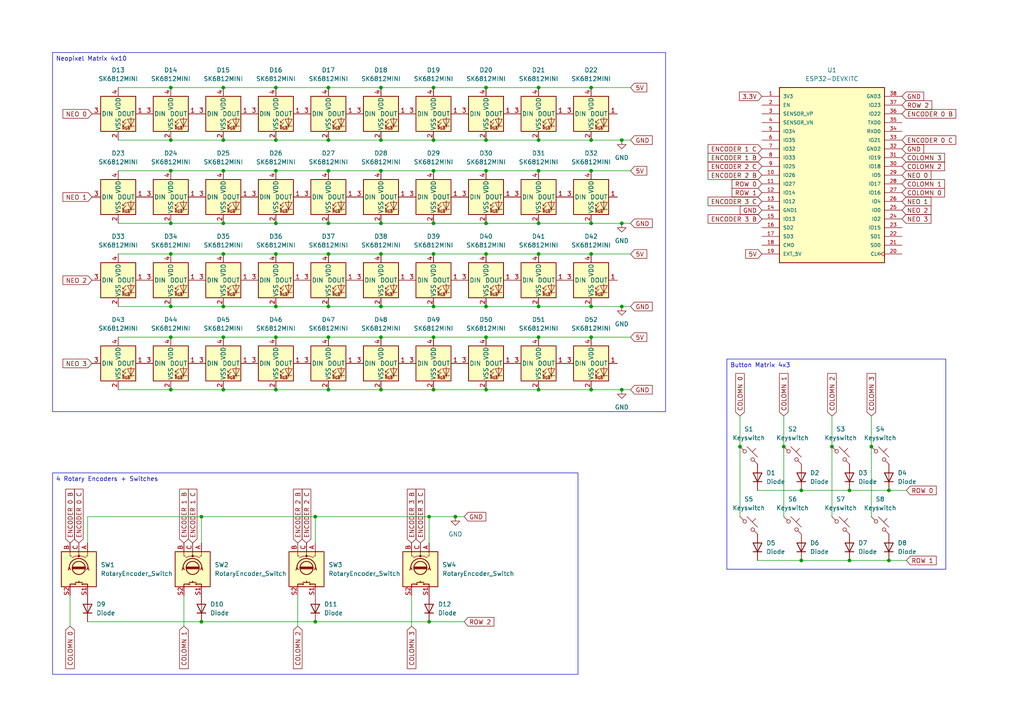
<source format=kicad_sch>
(kicad_sch (version 20231120) (generator "eeschema") (generator_version "8.0")
  (paper "A4")
  (lib_symbols
    (symbol "Device:RotaryEncoder_Switch" (pin_names (offset 0.254) hide)
      (property "Reference" "SW" (at 0 6.604 0))
      (property "Value" "RotaryEncoder_Switch" (at 0 -6.604 0))
      (symbol "RotaryEncoder_Switch_1_1"
        (pin passive line (at -7.62 2.54 0) (length 2.54) (name "A") (number "A"))
        (pin passive line (at -7.62 -2.54 0) (length 2.54) (name "B") (number "B"))
        (pin passive line (at -7.62 0 0) (length 2.54) (name "C") (number "C"))
        (pin passive line (at 7.62 2.54 180) (length 2.54) (name "S1") (number "S1"))
        (pin passive line (at 7.62 -2.54 180) (length 2.54) (name "S2") (number "S2"))
      )
    )
    (symbol "ESP32 WROOM DEVKIT C:ESP32-DEVKITC" (pin_names (offset 1.016))
      (property "Reference" "U" (at -15.2572 26.0643 0))
      (property "Value" "ESP32-DEVKITC" (at -15.2563 -27.9698 0))
      (symbol "ESP32-DEVKITC_0_0"
        (pin power_in line (at -20.32 22.86 0) (length 5.08) (name "3V3") (number "1"))
        (pin bidirectional line (at -20.32 0 0) (length 5.08) (name "IO26") (number "10"))
        (pin bidirectional line (at -20.32 -2.54 0) (length 5.08) (name "IO27") (number "11"))
        (pin bidirectional line (at -20.32 -5.08 0) (length 5.08) (name "IO14") (number "12"))
        (pin bidirectional line (at -20.32 -7.62 0) (length 5.08) (name "IO12") (number "13"))
        (pin power_in line (at -20.32 -10.16 0) (length 5.08) (name "GND1") (number "14"))
        (pin bidirectional line (at -20.32 -12.7 0) (length 5.08) (name "IO13") (number "15"))
        (pin bidirectional line (at -20.32 -15.24 0) (length 5.08) (name "SD2") (number "16"))
        (pin bidirectional line (at -20.32 -17.78 0) (length 5.08) (name "SD3") (number "17"))
        (pin bidirectional line (at -20.32 -20.32 0) (length 5.08) (name "CMD") (number "18"))
        (pin power_in line (at -20.32 -22.86 0) (length 5.08) (name "EXT_5V") (number "19"))
        (pin input line (at -20.32 20.32 0) (length 5.08) (name "EN") (number "2"))
        (pin input clock (at 20.32 -22.86 180) (length 5.08) (name "CLK") (number "20"))
        (pin bidirectional line (at 20.32 -20.32 180) (length 5.08) (name "SD0") (number "21"))
        (pin bidirectional line (at 20.32 -17.78 180) (length 5.08) (name "SD1") (number "22"))
        (pin bidirectional line (at 20.32 -15.24 180) (length 5.08) (name "IO15") (number "23"))
        (pin bidirectional line (at 20.32 -12.7 180) (length 5.08) (name "IO2") (number "24"))
        (pin bidirectional line (at 20.32 -10.16 180) (length 5.08) (name "IO0") (number "25"))
        (pin bidirectional line (at 20.32 -7.62 180) (length 5.08) (name "IO4") (number "26"))
        (pin bidirectional line (at 20.32 -5.08 180) (length 5.08) (name "IO16") (number "27"))
        (pin bidirectional line (at 20.32 -2.54 180) (length 5.08) (name "IO17") (number "28"))
        (pin bidirectional line (at 20.32 0 180) (length 5.08) (name "IO5") (number "29"))
        (pin input line (at -20.32 17.78 0) (length 5.08) (name "SENSOR_VP") (number "3"))
        (pin bidirectional line (at 20.32 2.54 180) (length 5.08) (name "IO18") (number "30"))
        (pin bidirectional line (at 20.32 5.08 180) (length 5.08) (name "IO19") (number "31"))
        (pin power_in line (at 20.32 7.62 180) (length 5.08) (name "GND2") (number "32"))
        (pin bidirectional line (at 20.32 10.16 180) (length 5.08) (name "IO21") (number "33"))
        (pin input line (at 20.32 12.7 180) (length 5.08) (name "RXD0") (number "34"))
        (pin output line (at 20.32 15.24 180) (length 5.08) (name "TXD0") (number "35"))
        (pin bidirectional line (at 20.32 17.78 180) (length 5.08) (name "IO22") (number "36"))
        (pin bidirectional line (at 20.32 20.32 180) (length 5.08) (name "IO23") (number "37"))
        (pin power_in line (at 20.32 22.86 180) (length 5.08) (name "GND3") (number "38"))
        (pin input line (at -20.32 15.24 0) (length 5.08) (name "SENSOR_VN") (number "4"))
        (pin bidirectional line (at -20.32 12.7 0) (length 5.08) (name "IO34") (number "5"))
        (pin bidirectional line (at -20.32 10.16 0) (length 5.08) (name "IO35") (number "6"))
        (pin bidirectional line (at -20.32 7.62 0) (length 5.08) (name "IO32") (number "7"))
        (pin bidirectional line (at -20.32 5.08 0) (length 5.08) (name "IO33") (number "8"))
        (pin bidirectional line (at -20.32 2.54 0) (length 5.08) (name "IO25") (number "9"))
      )
    )
    (symbol "LED:SK6812MINI" (pin_names (offset 0.254))
      (property "Reference" "D" (at 5.08 5.715 0))
      (property "Value" "SK6812MINI" (at 1.27 -5.715 0))
      (symbol "SK6812MINI_0_0"
        (text "RGB" (at 2.286 -4.191 0) (effects (font (size 0.762 0.762))))
      )
      (symbol "SK6812MINI_1_1"
        (pin output line (at 7.62 0 180) (length 2.54) (name "DOUT") (number "1"))
        (pin power_in line (at 0 -7.62 90) (length 2.54) (name "VSS") (number "2"))
        (pin input line (at -7.62 0 0) (length 2.54) (name "DIN") (number "3"))
        (pin power_in line (at 0 7.62 270) (length 2.54) (name "VDD") (number "4"))
      )
    )
    (symbol "ScottoKeebs:Placeholder_Diode" (pin_numbers hide) (pin_names hide)
      (property "Reference" "D" (at 0 2.54 0))
      (property "Value" "Diode" (at 0 -2.54 0))
      (symbol "Placeholder_Diode_1_1"
        (pin passive line (at -3.81 0 0) (length 2.54) (name "K") (number "1"))
        (pin passive line (at 3.81 0 180) (length 2.54) (name "A") (number "2"))
      )
    )
    (symbol "ScottoKeebs:Placeholder_Keyswitch" (pin_numbers hide) (pin_names (offset 1.016) hide)
      (property "Reference" "S" (at 3.048 1.016 0))
      (property "Value" "Keyswitch" (at 0 -3.81 0))
      (symbol "Placeholder_Keyswitch_0_1"
        (pin passive line (at -2.54 2.54 0) (length 0) (name "1") (number "1"))
        (pin passive line (at 2.54 -2.54 180) (length 0) (name "2") (number "2"))
      )
    )
    (symbol "power:GND" (power) (pin_numbers hide) (pin_names (offset 0) hide)
      (property "Value" "GND" (at 0 -3.81 0))
      (symbol "GND_1_1"
        (pin power_in line (at 0 0 270) (length 0) (name "~") (number "1"))
      )
    )
  )
  (junction (at 95.25 73.66))
  (junction (at 246.38 142.24))
  (junction (at 95.25 113.03))
  (junction (at 91.44 180.34))
  (junction (at 140.97 73.66))
  (junction (at 64.77 97.79))
  (junction (at 156.21 73.66))
  (junction (at 180.34 88.9))
  (junction (at 156.21 64.77))
  (junction (at 125.73 113.03))
  (junction (at 257.81 142.24))
  (junction (at 171.45 25.4))
  (junction (at 95.25 97.79))
  (junction (at 64.77 113.03))
  (junction (at 125.73 40.64))
  (junction (at 110.49 64.77))
  (junction (at 180.34 40.64))
  (junction (at 95.25 40.64))
  (junction (at 156.21 49.53))
  (junction (at 49.53 113.03))
  (junction (at 171.45 88.9))
  (junction (at 140.97 113.03))
  (junction (at 80.01 49.53))
  (junction (at 241.3 129.54))
  (junction (at 125.73 25.4))
  (junction (at 171.45 73.66))
  (junction (at 140.97 49.53))
  (junction (at 257.81 162.56))
  (junction (at 80.01 64.77))
  (junction (at 180.34 113.03))
  (junction (at 140.97 97.79))
  (junction (at 64.77 88.9))
  (junction (at 214.63 129.54))
  (junction (at 49.53 40.64))
  (junction (at 49.53 97.79))
  (junction (at 171.45 97.79))
  (junction (at 80.01 73.66))
  (junction (at 246.38 162.56))
  (junction (at 140.97 64.77))
  (junction (at 58.42 149.86))
  (junction (at 125.73 97.79))
  (junction (at 125.73 88.9))
  (junction (at 80.01 113.03))
  (junction (at 49.53 49.53))
  (junction (at 95.25 49.53))
  (junction (at 140.97 88.9))
  (junction (at 64.77 64.77))
  (junction (at 171.45 64.77))
  (junction (at 91.44 149.86))
  (junction (at 80.01 40.64))
  (junction (at 49.53 73.66))
  (junction (at 110.49 97.79))
  (junction (at 124.46 180.34))
  (junction (at 125.73 64.77))
  (junction (at 156.21 97.79))
  (junction (at 156.21 40.64))
  (junction (at 95.25 88.9))
  (junction (at 110.49 40.64))
  (junction (at 49.53 64.77))
  (junction (at 171.45 113.03))
  (junction (at 252.73 129.54))
  (junction (at 180.34 64.77))
  (junction (at 171.45 49.53))
  (junction (at 95.25 64.77))
  (junction (at 227.33 129.54))
  (junction (at 110.49 49.53))
  (junction (at 125.73 73.66))
  (junction (at 58.42 180.34))
  (junction (at 140.97 40.64))
  (junction (at 171.45 40.64))
  (junction (at 156.21 88.9))
  (junction (at 49.53 88.9))
  (junction (at 95.25 25.4))
  (junction (at 232.41 162.56))
  (junction (at 232.41 142.24))
  (junction (at 156.21 25.4))
  (junction (at 156.21 113.03))
  (junction (at 110.49 113.03))
  (junction (at 64.77 49.53))
  (junction (at 132.08 149.86))
  (junction (at 64.77 25.4))
  (junction (at 80.01 88.9))
  (junction (at 110.49 73.66))
  (junction (at 80.01 25.4))
  (junction (at 110.49 25.4))
  (junction (at 124.46 149.86))
  (junction (at 64.77 73.66))
  (junction (at 49.53 25.4))
  (junction (at 110.49 88.9))
  (junction (at 64.77 40.64))
  (junction (at 140.97 25.4))
  (junction (at 125.73 49.53))
  (junction (at 80.01 97.79))
  (wire (pts (xy 110.49 113.03) (xy 125.73 113.03)))
  (wire (pts (xy 140.97 88.9) (xy 156.21 88.9)))
  (wire (pts (xy 124.46 149.86) (xy 124.46 157.48)))
  (wire (pts (xy 171.45 113.03) (xy 180.34 113.03)))
  (wire (pts (xy 227.33 120.65) (xy 227.33 129.54)))
  (wire (pts (xy 156.21 97.79) (xy 171.45 97.79)))
  (wire (pts (xy 252.73 120.65) (xy 252.73 129.54)))
  (wire (pts (xy 180.34 88.9) (xy 182.88 88.9)))
  (wire (pts (xy 156.21 88.9) (xy 171.45 88.9)))
  (wire (pts (xy 219.71 162.56) (xy 232.41 162.56)))
  (wire (pts (xy 125.73 49.53) (xy 140.97 49.53)))
  (wire (pts (xy 34.29 97.79) (xy 49.53 97.79)))
  (wire (pts (xy 95.25 73.66) (xy 110.49 73.66)))
  (wire (pts (xy 25.4 149.86) (xy 58.42 149.86)))
  (wire (pts (xy 49.53 73.66) (xy 64.77 73.66)))
  (wire (pts (xy 140.97 64.77) (xy 156.21 64.77)))
  (wire (pts (xy 125.73 25.4) (xy 140.97 25.4)))
  (wire (pts (xy 246.38 142.24) (xy 257.81 142.24)))
  (wire (pts (xy 95.25 88.9) (xy 110.49 88.9)))
  (wire (pts (xy 140.97 40.64) (xy 156.21 40.64)))
  (wire (pts (xy 86.36 181.61) (xy 86.36 172.72)))
  (wire (pts (xy 91.44 180.34) (xy 124.46 180.34)))
  (wire (pts (xy 25.4 157.48) (xy 25.4 149.86)))
  (wire (pts (xy 140.97 113.03) (xy 156.21 113.03)))
  (wire (pts (xy 182.88 73.66) (xy 171.45 73.66)))
  (wire (pts (xy 125.73 73.66) (xy 140.97 73.66)))
  (wire (pts (xy 110.49 40.64) (xy 125.73 40.64)))
  (wire (pts (xy 58.42 149.86) (xy 58.42 157.48)))
  (wire (pts (xy 110.49 88.9) (xy 125.73 88.9)))
  (wire (pts (xy 20.32 181.61) (xy 20.32 172.72)))
  (wire (pts (xy 58.42 180.34) (xy 91.44 180.34)))
  (wire (pts (xy 80.01 88.9) (xy 95.25 88.9)))
  (wire (pts (xy 214.63 120.65) (xy 214.63 129.54)))
  (wire (pts (xy 110.49 97.79) (xy 125.73 97.79)))
  (wire (pts (xy 80.01 40.64) (xy 95.25 40.64)))
  (wire (pts (xy 156.21 64.77) (xy 171.45 64.77)))
  (wire (pts (xy 156.21 73.66) (xy 171.45 73.66)))
  (wire (pts (xy 156.21 113.03) (xy 171.45 113.03)))
  (wire (pts (xy 227.33 129.54) (xy 227.33 149.86)))
  (wire (pts (xy 49.53 25.4) (xy 64.77 25.4)))
  (wire (pts (xy 125.73 113.03) (xy 140.97 113.03)))
  (wire (pts (xy 140.97 49.53) (xy 156.21 49.53)))
  (wire (pts (xy 95.25 49.53) (xy 110.49 49.53)))
  (wire (pts (xy 125.73 88.9) (xy 140.97 88.9)))
  (wire (pts (xy 64.77 49.53) (xy 80.01 49.53)))
  (wire (pts (xy 80.01 64.77) (xy 95.25 64.77)))
  (wire (pts (xy 119.38 181.61) (xy 119.38 172.72)))
  (wire (pts (xy 34.29 25.4) (xy 49.53 25.4)))
  (wire (pts (xy 80.01 49.53) (xy 95.25 49.53)))
  (wire (pts (xy 241.3 149.86) (xy 241.3 129.54)))
  (wire (pts (xy 252.73 129.54) (xy 252.73 149.86)))
  (wire (pts (xy 64.77 40.64) (xy 80.01 40.64)))
  (wire (pts (xy 241.3 120.65) (xy 241.3 129.54)))
  (wire (pts (xy 95.25 64.77) (xy 110.49 64.77)))
  (wire (pts (xy 91.44 157.48) (xy 91.44 149.86)))
  (wire (pts (xy 140.97 25.4) (xy 156.21 25.4)))
  (wire (pts (xy 91.44 149.86) (xy 58.42 149.86)))
  (wire (pts (xy 64.77 113.03) (xy 80.01 113.03)))
  (wire (pts (xy 110.49 49.53) (xy 125.73 49.53)))
  (wire (pts (xy 219.71 142.24) (xy 232.41 142.24)))
  (wire (pts (xy 49.53 88.9) (xy 64.77 88.9)))
  (wire (pts (xy 171.45 40.64) (xy 180.34 40.64)))
  (wire (pts (xy 180.34 40.64) (xy 182.88 40.64)))
  (wire (pts (xy 64.77 73.66) (xy 80.01 73.66)))
  (wire (pts (xy 140.97 97.79) (xy 156.21 97.79)))
  (wire (pts (xy 64.77 64.77) (xy 80.01 64.77)))
  (wire (pts (xy 34.29 40.64) (xy 49.53 40.64)))
  (wire (pts (xy 140.97 73.66) (xy 156.21 73.66)))
  (wire (pts (xy 134.62 149.86) (xy 132.08 149.86)))
  (wire (pts (xy 95.25 113.03) (xy 110.49 113.03)))
  (wire (pts (xy 171.45 64.77) (xy 180.34 64.77)))
  (wire (pts (xy 49.53 64.77) (xy 64.77 64.77)))
  (wire (pts (xy 110.49 64.77) (xy 125.73 64.77)))
  (wire (pts (xy 80.01 73.66) (xy 95.25 73.66)))
  (wire (pts (xy 64.77 88.9) (xy 80.01 88.9)))
  (wire (pts (xy 80.01 113.03) (xy 95.25 113.03)))
  (wire (pts (xy 49.53 97.79) (xy 64.77 97.79)))
  (wire (pts (xy 25.4 180.34) (xy 58.42 180.34)))
  (wire (pts (xy 49.53 49.53) (xy 64.77 49.53)))
  (wire (pts (xy 125.73 97.79) (xy 140.97 97.79)))
  (wire (pts (xy 132.08 149.86) (xy 124.46 149.86)))
  (wire (pts (xy 182.88 25.4) (xy 171.45 25.4)))
  (wire (pts (xy 257.81 162.56) (xy 262.89 162.56)))
  (wire (pts (xy 110.49 25.4) (xy 125.73 25.4)))
  (wire (pts (xy 232.41 162.56) (xy 246.38 162.56)))
  (wire (pts (xy 64.77 25.4) (xy 80.01 25.4)))
  (wire (pts (xy 214.63 129.54) (xy 214.63 149.86)))
  (wire (pts (xy 64.77 97.79) (xy 80.01 97.79)))
  (wire (pts (xy 110.49 73.66) (xy 125.73 73.66)))
  (wire (pts (xy 34.29 64.77) (xy 49.53 64.77)))
  (wire (pts (xy 95.25 40.64) (xy 110.49 40.64)))
  (wire (pts (xy 134.62 180.34) (xy 124.46 180.34)))
  (wire (pts (xy 257.81 142.24) (xy 262.89 142.24)))
  (wire (pts (xy 34.29 113.03) (xy 49.53 113.03)))
  (wire (pts (xy 171.45 88.9) (xy 180.34 88.9)))
  (wire (pts (xy 182.88 49.53) (xy 171.45 49.53)))
  (wire (pts (xy 95.25 25.4) (xy 110.49 25.4)))
  (wire (pts (xy 156.21 40.64) (xy 171.45 40.64)))
  (wire (pts (xy 156.21 49.53) (xy 171.45 49.53)))
  (wire (pts (xy 34.29 49.53) (xy 49.53 49.53)))
  (wire (pts (xy 125.73 40.64) (xy 140.97 40.64)))
  (wire (pts (xy 180.34 64.77) (xy 182.88 64.77)))
  (wire (pts (xy 53.34 181.61) (xy 53.34 172.72)))
  (wire (pts (xy 80.01 97.79) (xy 95.25 97.79)))
  (wire (pts (xy 232.41 142.24) (xy 246.38 142.24)))
  (wire (pts (xy 49.53 40.64) (xy 64.77 40.64)))
  (wire (pts (xy 80.01 25.4) (xy 95.25 25.4)))
  (wire (pts (xy 95.25 97.79) (xy 110.49 97.79)))
  (wire (pts (xy 182.88 97.79) (xy 171.45 97.79)))
  (wire (pts (xy 246.38 162.56) (xy 257.81 162.56)))
  (wire (pts (xy 125.73 64.77) (xy 140.97 64.77)))
  (wire (pts (xy 49.53 113.03) (xy 64.77 113.03)))
  (wire (pts (xy 156.21 25.4) (xy 171.45 25.4)))
  (wire (pts (xy 124.46 149.86) (xy 91.44 149.86)))
  (wire (pts (xy 34.29 73.66) (xy 49.53 73.66)))
  (wire (pts (xy 180.34 113.03) (xy 182.88 113.03)))
  (wire (pts (xy 34.29 88.9) (xy 49.53 88.9)))
  (text_box "Neopixel Matrix 4x10" (at 15.24 15.24 0) (size 177.8 104.14) (effects (font (size 1.27 1.27)) (justify left top)))
  (text_box "4 Rotary Encoders + Switches" (at 15.24 137.16 0) (size 152.4 58.42) (effects (font (size 1.27 1.27)) (justify left top)))
  (text_box "Button Matrix 4x3" (at 210.82 104.14 0) (size 63.5 60.96) (effects (font (size 1.27 1.27)) (justify left top)))
  (global_label "COLOMN 3" (shape input) (at 252.73 120.65 90) (property "Intersheetrefs" "${INTERSHEET_REFS}" (effects (hide yes))))
  (global_label "ENCODER 2 B" (shape input) (at 220.98 50.8 180) (property "Intersheetrefs" "${INTERSHEET_REFS}" (effects (hide yes))))
  (global_label "ENCODER 1 C" (shape input) (at 220.98 43.18 180) (property "Intersheetrefs" "${INTERSHEET_REFS}" (effects (hide yes))))
  (global_label "COLOMN 3" (shape input) (at 261.62 45.72 0) (property "Intersheetrefs" "${INTERSHEET_REFS}" (effects (hide yes))))
  (global_label "ROW 2" (shape input) (at 261.62 30.48 0) (property "Intersheetrefs" "${INTERSHEET_REFS}" (effects (hide yes))))
  (global_label "ENCODER 3 C" (shape input) (at 121.92 157.48 90) (property "Intersheetrefs" "${INTERSHEET_REFS}" (effects (hide yes))))
  (global_label "COLOMN 0" (shape input) (at 261.62 55.88 0) (property "Intersheetrefs" "${INTERSHEET_REFS}" (effects (hide yes))))
  (global_label "NEO 0" (shape input) (at 26.67 33.02 180) (property "Intersheetrefs" "${INTERSHEET_REFS}" (effects (hide yes))))
  (global_label "ENCODER 2 B" (shape input) (at 86.36 157.48 90) (property "Intersheetrefs" "${INTERSHEET_REFS}" (effects (hide yes))))
  (global_label "ENCODER 3 B" (shape input) (at 220.98 63.5 180) (property "Intersheetrefs" "${INTERSHEET_REFS}" (effects (hide yes))))
  (global_label "NEO 0" (shape input) (at 261.62 50.8 0) (property "Intersheetrefs" "${INTERSHEET_REFS}" (effects (hide yes))))
  (global_label "COLOMN 2" (shape input) (at 261.62 48.26 0) (property "Intersheetrefs" "${INTERSHEET_REFS}" (effects (hide yes))))
  (global_label "ENCODER 2 C" (shape input) (at 88.9 157.48 90) (property "Intersheetrefs" "${INTERSHEET_REFS}" (effects (hide yes))))
  (global_label "ENCODER 2 C" (shape input) (at 220.98 48.26 180) (property "Intersheetrefs" "${INTERSHEET_REFS}" (effects (hide yes))))
  (global_label "ENCODER 3 B" (shape input) (at 119.38 157.48 90) (property "Intersheetrefs" "${INTERSHEET_REFS}" (effects (hide yes))))
  (global_label "ENCODER 3 C" (shape input) (at 220.98 58.42 180) (property "Intersheetrefs" "${INTERSHEET_REFS}" (effects (hide yes))))
  (global_label "NEO 2" (shape input) (at 26.67 81.28 180) (property "Intersheetrefs" "${INTERSHEET_REFS}" (effects (hide yes))))
  (global_label "ENCODER 0 B" (shape input) (at 261.62 33.02 0) (property "Intersheetrefs" "${INTERSHEET_REFS}" (effects (hide yes))))
  (global_label "GND" (shape input) (at 261.62 27.94 0) (property "Intersheetrefs" "${INTERSHEET_REFS}" (effects (hide yes))))
  (global_label "ROW 2" (shape input) (at 134.62 180.34 0) (property "Intersheetrefs" "${INTERSHEET_REFS}" (effects (hide yes))))
  (global_label "ENCODER 1 B" (shape input) (at 220.98 45.72 180) (property "Intersheetrefs" "${INTERSHEET_REFS}" (effects (hide yes))))
  (global_label "NEO 3" (shape input) (at 26.67 105.41 180) (property "Intersheetrefs" "${INTERSHEET_REFS}" (effects (hide yes))))
  (global_label "COLOMN 1" (shape input) (at 227.33 120.65 90) (property "Intersheetrefs" "${INTERSHEET_REFS}" (effects (hide yes))))
  (global_label "GND" (shape input) (at 261.62 43.18 0) (property "Intersheetrefs" "${INTERSHEET_REFS}" (effects (hide yes))))
  (global_label "ROW 0" (shape input) (at 262.89 142.24 0) (property "Intersheetrefs" "${INTERSHEET_REFS}" (effects (hide yes))))
  (global_label "5V" (shape input) (at 182.88 97.79 0) (property "Intersheetrefs" "${INTERSHEET_REFS}" (effects (hide yes))))
  (global_label "NEO 2" (shape input) (at 261.62 60.96 0) (property "Intersheetrefs" "${INTERSHEET_REFS}" (effects (hide yes))))
  (global_label "COLOMN 0" (shape input) (at 214.63 120.65 90) (property "Intersheetrefs" "${INTERSHEET_REFS}" (effects (hide yes))))
  (global_label "GND" (shape input) (at 182.88 40.64 0) (property "Intersheetrefs" "${INTERSHEET_REFS}" (effects (hide yes))))
  (global_label "ENCODER 0 C" (shape input) (at 22.86 157.48 90) (property "Intersheetrefs" "${INTERSHEET_REFS}" (effects (hide yes))))
  (global_label "COLOMN 0" (shape input) (at 20.32 181.61 270) (property "Intersheetrefs" "${INTERSHEET_REFS}" (effects (hide yes))))
  (global_label "ENCODER 1 B" (shape input) (at 53.34 157.48 90) (property "Intersheetrefs" "${INTERSHEET_REFS}" (effects (hide yes))))
  (global_label "GND" (shape input) (at 134.62 149.86 0) (property "Intersheetrefs" "${INTERSHEET_REFS}" (effects (hide yes))))
  (global_label "ROW 1" (shape input) (at 220.98 55.88 180) (property "Intersheetrefs" "${INTERSHEET_REFS}" (effects (hide yes))))
  (global_label "GND" (shape input) (at 182.88 113.03 0) (property "Intersheetrefs" "${INTERSHEET_REFS}" (effects (hide yes))))
  (global_label "COLOMN 2" (shape input) (at 86.36 181.61 270) (property "Intersheetrefs" "${INTERSHEET_REFS}" (effects (hide yes))))
  (global_label "NEO 1" (shape input) (at 261.62 58.42 0) (property "Intersheetrefs" "${INTERSHEET_REFS}" (effects (hide yes))))
  (global_label "ENCODER 1 C" (shape input) (at 55.88 157.48 90) (property "Intersheetrefs" "${INTERSHEET_REFS}" (effects (hide yes))))
  (global_label "NEO 1" (shape input) (at 26.67 57.15 180) (property "Intersheetrefs" "${INTERSHEET_REFS}" (effects (hide yes))))
  (global_label "5V" (shape input) (at 182.88 25.4 0) (property "Intersheetrefs" "${INTERSHEET_REFS}" (effects (hide yes))))
  (global_label "ENCODER 0 C" (shape input) (at 261.62 40.64 0) (property "Intersheetrefs" "${INTERSHEET_REFS}" (effects (hide yes))))
  (global_label "COLOMN 2" (shape input) (at 241.3 120.65 90) (property "Intersheetrefs" "${INTERSHEET_REFS}" (effects (hide yes))))
  (global_label "COLOMN 3" (shape input) (at 119.38 181.61 270) (property "Intersheetrefs" "${INTERSHEET_REFS}" (effects (hide yes))))
  (global_label "COLOMN 1" (shape input) (at 53.34 181.61 270) (property "Intersheetrefs" "${INTERSHEET_REFS}" (effects (hide yes))))
  (global_label "COLOMN 1" (shape input) (at 261.62 53.34 0) (property "Intersheetrefs" "${INTERSHEET_REFS}" (effects (hide yes))))
  (global_label "ROW 1" (shape input) (at 262.89 162.56 0) (property "Intersheetrefs" "${INTERSHEET_REFS}" (effects (hide yes))))
  (global_label "3.3V" (shape input) (at 220.98 27.94 180) (property "Intersheetrefs" "${INTERSHEET_REFS}" (effects (hide yes))))
  (global_label "GND" (shape input) (at 182.88 88.9 0) (property "Intersheetrefs" "${INTERSHEET_REFS}" (effects (hide yes))))
  (global_label "GND" (shape input) (at 220.98 60.96 180) (property "Intersheetrefs" "${INTERSHEET_REFS}" (effects (hide yes))))
  (global_label "ROW 0" (shape input) (at 220.98 53.34 180) (property "Intersheetrefs" "${INTERSHEET_REFS}" (effects (hide yes))))
  (global_label "ENCODER 0 B" (shape input) (at 20.32 157.48 90) (property "Intersheetrefs" "${INTERSHEET_REFS}" (effects (hide yes))))
  (global_label "GND" (shape input) (at 182.88 64.77 0) (property "Intersheetrefs" "${INTERSHEET_REFS}" (effects (hide yes))))
  (global_label "5V" (shape input) (at 182.88 49.53 0) (property "Intersheetrefs" "${INTERSHEET_REFS}" (effects (hide yes))))
  (global_label "NEO 3" (shape input) (at 261.62 63.5 0) (property "Intersheetrefs" "${INTERSHEET_REFS}" (effects (hide yes))))
  (global_label "5V" (shape input) (at 220.98 73.66 180) (property "Intersheetrefs" "${INTERSHEET_REFS}" (effects (hide yes))))
  (global_label "5V" (shape input) (at 182.88 73.66 0) (property "Intersheetrefs" "${INTERSHEET_REFS}" (effects (hide yes))))
  (symbol (lib_id "LED:SK6812MINI") (at 64.77 33.02 0) (unit 1)
    (property "Reference" "D15" (at 64.77 20.32 0))
    (property "Value" "SK6812MINI" (at 64.77 22.86 0))
    (property "Footprint" "LED_SMD:LED_SK6812MINI_PLCC4_3.5x3.5mm_P1.75mm" (effects (hide yes)))
    (property "Datasheet" "https://cdn-shop.adafruit.com/product-files/2686/SK6812MINI_REV.01-1-2.pdf" (effects (hide yes)))
    (property "Description" "RGB LED with integrated controller" (effects (hide yes)))
  )
  (symbol (lib_id "LED:SK6812MINI") (at 34.29 57.15 0) (unit 1)
    (property "Reference" "D23" (at 34.29 44.45 0))
    (property "Value" "SK6812MINI" (at 34.29 46.99 0))
    (property "Footprint" "LED_SMD:LED_SK6812MINI_PLCC4_3.5x3.5mm_P1.75mm" (effects (hide yes)))
    (property "Datasheet" "https://cdn-shop.adafruit.com/product-files/2686/SK6812MINI_REV.01-1-2.pdf" (effects (hide yes)))
    (property "Description" "RGB LED with integrated controller" (effects (hide yes)))
  )
  (symbol (lib_id "LED:SK6812MINI") (at 80.01 81.28 0) (unit 1)
    (property "Reference" "D36" (at 80.01 68.58 0))
    (property "Value" "SK6812MINI" (at 80.01 71.12 0))
    (property "Footprint" "LED_SMD:LED_SK6812MINI_PLCC4_3.5x3.5mm_P1.75mm" (effects (hide yes)))
    (property "Datasheet" "https://cdn-shop.adafruit.com/product-files/2686/SK6812MINI_REV.01-1-2.pdf" (effects (hide yes)))
    (property "Description" "RGB LED with integrated controller" (effects (hide yes)))
  )
  (symbol (lib_id "LED:SK6812MINI") (at 80.01 105.41 0) (unit 1)
    (property "Reference" "D46" (at 80.01 92.71 0))
    (property "Value" "SK6812MINI" (at 80.01 95.25 0))
    (property "Footprint" "LED_SMD:LED_SK6812MINI_PLCC4_3.5x3.5mm_P1.75mm" (effects (hide yes)))
    (property "Datasheet" "https://cdn-shop.adafruit.com/product-files/2686/SK6812MINI_REV.01-1-2.pdf" (effects (hide yes)))
    (property "Description" "RGB LED with integrated controller" (effects (hide yes)))
  )
  (symbol (lib_id "LED:SK6812MINI") (at 49.53 105.41 0) (unit 1)
    (property "Reference" "D44" (at 49.53 92.71 0))
    (property "Value" "SK6812MINI" (at 49.53 95.25 0))
    (property "Footprint" "LED_SMD:LED_SK6812MINI_PLCC4_3.5x3.5mm_P1.75mm" (effects (hide yes)))
    (property "Datasheet" "https://cdn-shop.adafruit.com/product-files/2686/SK6812MINI_REV.01-1-2.pdf" (effects (hide yes)))
    (property "Description" "RGB LED with integrated controller" (effects (hide yes)))
  )
  (symbol (lib_id "LED:SK6812MINI") (at 171.45 57.15 0) (unit 1)
    (property "Reference" "D32" (at 171.45 44.45 0))
    (property "Value" "SK6812MINI" (at 171.45 46.99 0))
    (property "Footprint" "LED_SMD:LED_SK6812MINI_PLCC4_3.5x3.5mm_P1.75mm" (effects (hide yes)))
    (property "Datasheet" "https://cdn-shop.adafruit.com/product-files/2686/SK6812MINI_REV.01-1-2.pdf" (effects (hide yes)))
    (property "Description" "RGB LED with integrated controller" (effects (hide yes)))
  )
  (symbol (lib_id "ScottoKeebs:Placeholder_Diode") (at 246.38 158.75 90) (unit 1)
    (property "Reference" "D7" (at 248.92 157.4799 90) (effects (justify right)))
    (property "Value" "Diode" (at 248.92 160.0199 90) (effects (justify right)))
    (property "Footprint" "ScottoKeebs_Components:Diode_SOD-123" (effects (hide yes)))
    (property "Description" "1N4148 (DO-35) or 1N4148W (SOD-123)" (effects (hide yes)))
    (property "Sim.Device" "D" (effects (hide yes)))
    (property "Sim.Pins" "1=K 2=A" (effects (hide yes)))
  )
  (symbol (lib_id "LED:SK6812MINI") (at 171.45 105.41 0) (unit 1)
    (property "Reference" "D52" (at 171.45 92.71 0))
    (property "Value" "SK6812MINI" (at 171.45 95.25 0))
    (property "Footprint" "LED_SMD:LED_SK6812MINI_PLCC4_3.5x3.5mm_P1.75mm" (effects (hide yes)))
    (property "Datasheet" "https://cdn-shop.adafruit.com/product-files/2686/SK6812MINI_REV.01-1-2.pdf" (effects (hide yes)))
    (property "Description" "RGB LED with integrated controller" (effects (hide yes)))
  )
  (symbol (lib_id "ScottoKeebs:Placeholder_Diode") (at 58.42 176.53 90) (unit 1)
    (property "Reference" "D10" (at 60.96 175.2599 90) (effects (justify right)))
    (property "Value" "Diode" (at 60.96 177.7999 90) (effects (justify right)))
    (property "Footprint" "ScottoKeebs_Components:Diode_SOD-123" (effects (hide yes)))
    (property "Description" "1N4148 (DO-35) or 1N4148W (SOD-123)" (effects (hide yes)))
    (property "Sim.Device" "D" (effects (hide yes)))
    (property "Sim.Pins" "1=K 2=A" (effects (hide yes)))
  )
  (symbol (lib_id "ScottoKeebs:Placeholder_Keyswitch") (at 217.17 152.4 0) (unit 1)
    (property "Reference" "S5" (at 217.17 144.78 0))
    (property "Value" "Keyswitch" (at 217.17 147.32 0))
    (property "Footprint" "ScottoKeebs_Hotswap:Hotswap_MX_1.00u" (effects (hide yes)))
    (property "Description" "Push button switch, normally open, two pins, 45° tilted" (effects (hide yes)))
  )
  (symbol (lib_id "power:GND") (at 180.34 64.77 0) (unit 1)
    (property "Reference" "#PWR02" (effects (hide yes)))
    (property "Value" "GND" (at 180.34 69.85 0))
    (property "Description" "Power symbol creates a global label with name \"GND\" , ground" (effects (hide yes)))
  )
  (symbol (lib_id "LED:SK6812MINI") (at 80.01 33.02 0) (unit 1)
    (property "Reference" "D16" (at 80.01 20.32 0))
    (property "Value" "SK6812MINI" (at 80.01 22.86 0))
    (property "Footprint" "LED_SMD:LED_SK6812MINI_PLCC4_3.5x3.5mm_P1.75mm" (effects (hide yes)))
    (property "Datasheet" "https://cdn-shop.adafruit.com/product-files/2686/SK6812MINI_REV.01-1-2.pdf" (effects (hide yes)))
    (property "Description" "RGB LED with integrated controller" (effects (hide yes)))
  )
  (symbol (lib_id "ScottoKeebs:Placeholder_Diode") (at 232.41 158.75 90) (unit 1)
    (property "Reference" "D6" (at 234.95 157.4799 90) (effects (justify right)))
    (property "Value" "Diode" (at 234.95 160.0199 90) (effects (justify right)))
    (property "Footprint" "ScottoKeebs_Components:Diode_SOD-123" (effects (hide yes)))
    (property "Description" "1N4148 (DO-35) or 1N4148W (SOD-123)" (effects (hide yes)))
    (property "Sim.Device" "D" (effects (hide yes)))
    (property "Sim.Pins" "1=K 2=A" (effects (hide yes)))
  )
  (symbol (lib_id "power:GND") (at 180.34 40.64 0) (unit 1)
    (property "Reference" "#PWR01" (effects (hide yes)))
    (property "Value" "GND" (at 180.34 45.72 0))
    (property "Description" "Power symbol creates a global label with name \"GND\" , ground" (effects (hide yes)))
  )
  (symbol (lib_id "ScottoKeebs:Placeholder_Diode") (at 219.71 158.75 90) (unit 1)
    (property "Reference" "D5" (at 222.25 157.4799 90) (effects (justify right)))
    (property "Value" "Diode" (at 222.25 160.0199 90) (effects (justify right)))
    (property "Footprint" "ScottoKeebs_Components:Diode_SOD-123" (effects (hide yes)))
    (property "Description" "1N4148 (DO-35) or 1N4148W (SOD-123)" (effects (hide yes)))
    (property "Sim.Device" "D" (effects (hide yes)))
    (property "Sim.Pins" "1=K 2=A" (effects (hide yes)))
  )
  (symbol (lib_id "LED:SK6812MINI") (at 64.77 81.28 0) (unit 1)
    (property "Reference" "D35" (at 64.77 68.58 0))
    (property "Value" "SK6812MINI" (at 64.77 71.12 0))
    (property "Footprint" "LED_SMD:LED_SK6812MINI_PLCC4_3.5x3.5mm_P1.75mm" (effects (hide yes)))
    (property "Datasheet" "https://cdn-shop.adafruit.com/product-files/2686/SK6812MINI_REV.01-1-2.pdf" (effects (hide yes)))
    (property "Description" "RGB LED with integrated controller" (effects (hide yes)))
  )
  (symbol (lib_id "LED:SK6812MINI") (at 34.29 81.28 0) (unit 1)
    (property "Reference" "D33" (at 34.29 68.58 0))
    (property "Value" "SK6812MINI" (at 34.29 71.12 0))
    (property "Footprint" "LED_SMD:LED_SK6812MINI_PLCC4_3.5x3.5mm_P1.75mm" (effects (hide yes)))
    (property "Datasheet" "https://cdn-shop.adafruit.com/product-files/2686/SK6812MINI_REV.01-1-2.pdf" (effects (hide yes)))
    (property "Description" "RGB LED with integrated controller" (effects (hide yes)))
  )
  (symbol (lib_id "Device:RotaryEncoder_Switch") (at 22.86 165.1 270) (unit 1)
    (property "Reference" "SW1" (at 29.21 163.8299 90) (effects (justify left)))
    (property "Value" "RotaryEncoder_Switch" (at 29.21 166.3699 90) (effects (justify left)))
    (property "Footprint" "Rotary_Encoder:RotaryEncoder_Alps_EC11E-Switch_Vertical_H20mm_CircularMountingHoles" (effects (hide yes)))
    (property "Description" "Rotary encoder, dual channel, incremental quadrate outputs, with switch" (effects (hide yes)))
  )
  (symbol (lib_id "Device:RotaryEncoder_Switch") (at 55.88 165.1 270) (unit 1)
    (property "Reference" "SW2" (at 62.23 163.8299 90) (effects (justify left)))
    (property "Value" "RotaryEncoder_Switch" (at 62.23 166.3699 90) (effects (justify left)))
    (property "Footprint" "Rotary_Encoder:RotaryEncoder_Alps_EC11E-Switch_Vertical_H20mm_CircularMountingHoles" (effects (hide yes)))
    (property "Description" "Rotary encoder, dual channel, incremental quadrate outputs, with switch" (effects (hide yes)))
  )
  (symbol (lib_id "LED:SK6812MINI") (at 64.77 105.41 0) (unit 1)
    (property "Reference" "D45" (at 64.77 92.71 0))
    (property "Value" "SK6812MINI" (at 64.77 95.25 0))
    (property "Footprint" "LED_SMD:LED_SK6812MINI_PLCC4_3.5x3.5mm_P1.75mm" (effects (hide yes)))
    (property "Datasheet" "https://cdn-shop.adafruit.com/product-files/2686/SK6812MINI_REV.01-1-2.pdf" (effects (hide yes)))
    (property "Description" "RGB LED with integrated controller" (effects (hide yes)))
  )
  (symbol (lib_id "LED:SK6812MINI") (at 140.97 105.41 0) (unit 1)
    (property "Reference" "D50" (at 140.97 92.71 0))
    (property "Value" "SK6812MINI" (at 140.97 95.25 0))
    (property "Footprint" "LED_SMD:LED_SK6812MINI_PLCC4_3.5x3.5mm_P1.75mm" (effects (hide yes)))
    (property "Datasheet" "https://cdn-shop.adafruit.com/product-files/2686/SK6812MINI_REV.01-1-2.pdf" (effects (hide yes)))
    (property "Description" "RGB LED with integrated controller" (effects (hide yes)))
  )
  (symbol (lib_id "LED:SK6812MINI") (at 34.29 33.02 0) (unit 1)
    (property "Reference" "D13" (at 34.29 20.32 0))
    (property "Value" "SK6812MINI" (at 34.29 22.86 0))
    (property "Footprint" "LED_SMD:LED_SK6812MINI_PLCC4_3.5x3.5mm_P1.75mm" (effects (hide yes)))
    (property "Datasheet" "https://cdn-shop.adafruit.com/product-files/2686/SK6812MINI_REV.01-1-2.pdf" (effects (hide yes)))
    (property "Description" "RGB LED with integrated controller" (effects (hide yes)))
  )
  (symbol (lib_id "LED:SK6812MINI") (at 49.53 81.28 0) (unit 1)
    (property "Reference" "D34" (at 49.53 68.58 0))
    (property "Value" "SK6812MINI" (at 49.53 71.12 0))
    (property "Footprint" "LED_SMD:LED_SK6812MINI_PLCC4_3.5x3.5mm_P1.75mm" (effects (hide yes)))
    (property "Datasheet" "https://cdn-shop.adafruit.com/product-files/2686/SK6812MINI_REV.01-1-2.pdf" (effects (hide yes)))
    (property "Description" "RGB LED with integrated controller" (effects (hide yes)))
  )
  (symbol (lib_id "ScottoKeebs:Placeholder_Diode") (at 25.4 176.53 90) (unit 1)
    (property "Reference" "D9" (at 27.94 175.2599 90) (effects (justify right)))
    (property "Value" "Diode" (at 27.94 177.7999 90) (effects (justify right)))
    (property "Footprint" "ScottoKeebs_Components:Diode_SOD-123" (effects (hide yes)))
    (property "Description" "1N4148 (DO-35) or 1N4148W (SOD-123)" (effects (hide yes)))
    (property "Sim.Device" "D" (effects (hide yes)))
    (property "Sim.Pins" "1=K 2=A" (effects (hide yes)))
  )
  (symbol (lib_id "ScottoKeebs:Placeholder_Keyswitch") (at 243.84 152.4 0) (unit 1)
    (property "Reference" "S7" (at 243.84 144.78 0))
    (property "Value" "Keyswitch" (at 243.84 147.32 0))
    (property "Footprint" "ScottoKeebs_Hotswap:Hotswap_MX_1.00u" (effects (hide yes)))
    (property "Description" "Push button switch, normally open, two pins, 45° tilted" (effects (hide yes)))
  )
  (symbol (lib_id "ScottoKeebs:Placeholder_Diode") (at 246.38 138.43 90) (unit 1)
    (property "Reference" "D3" (at 248.92 137.1599 90) (effects (justify right)))
    (property "Value" "Diode" (at 248.92 139.6999 90) (effects (justify right)))
    (property "Footprint" "ScottoKeebs_Components:Diode_SOD-123" (effects (hide yes)))
    (property "Description" "1N4148 (DO-35) or 1N4148W (SOD-123)" (effects (hide yes)))
    (property "Sim.Device" "D" (effects (hide yes)))
    (property "Sim.Pins" "1=K 2=A" (effects (hide yes)))
  )
  (symbol (lib_id "LED:SK6812MINI") (at 125.73 33.02 0) (unit 1)
    (property "Reference" "D19" (at 125.73 20.32 0))
    (property "Value" "SK6812MINI" (at 125.73 22.86 0))
    (property "Footprint" "LED_SMD:LED_SK6812MINI_PLCC4_3.5x3.5mm_P1.75mm" (effects (hide yes)))
    (property "Datasheet" "https://cdn-shop.adafruit.com/product-files/2686/SK6812MINI_REV.01-1-2.pdf" (effects (hide yes)))
    (property "Description" "RGB LED with integrated controller" (effects (hide yes)))
  )
  (symbol (lib_id "LED:SK6812MINI") (at 95.25 57.15 0) (unit 1)
    (property "Reference" "D27" (at 95.25 44.45 0))
    (property "Value" "SK6812MINI" (at 95.25 46.99 0))
    (property "Footprint" "LED_SMD:LED_SK6812MINI_PLCC4_3.5x3.5mm_P1.75mm" (effects (hide yes)))
    (property "Datasheet" "https://cdn-shop.adafruit.com/product-files/2686/SK6812MINI_REV.01-1-2.pdf" (effects (hide yes)))
    (property "Description" "RGB LED with integrated controller" (effects (hide yes)))
  )
  (symbol (lib_id "ScottoKeebs:Placeholder_Keyswitch") (at 255.27 132.08 0) (unit 1)
    (property "Reference" "S4" (at 255.27 124.46 0))
    (property "Value" "Keyswitch" (at 255.27 127 0))
    (property "Footprint" "ScottoKeebs_Hotswap:Hotswap_MX_1.00u" (effects (hide yes)))
    (property "Description" "Push button switch, normally open, two pins, 45° tilted" (effects (hide yes)))
  )
  (symbol (lib_id "LED:SK6812MINI") (at 95.25 105.41 0) (unit 1)
    (property "Reference" "D47" (at 95.25 92.71 0))
    (property "Value" "SK6812MINI" (at 95.25 95.25 0))
    (property "Footprint" "LED_SMD:LED_SK6812MINI_PLCC4_3.5x3.5mm_P1.75mm" (effects (hide yes)))
    (property "Datasheet" "https://cdn-shop.adafruit.com/product-files/2686/SK6812MINI_REV.01-1-2.pdf" (effects (hide yes)))
    (property "Description" "RGB LED with integrated controller" (effects (hide yes)))
  )
  (symbol (lib_id "LED:SK6812MINI") (at 156.21 105.41 0) (unit 1)
    (property "Reference" "D51" (at 156.21 92.71 0))
    (property "Value" "SK6812MINI" (at 156.21 95.25 0))
    (property "Footprint" "LED_SMD:LED_SK6812MINI_PLCC4_3.5x3.5mm_P1.75mm" (effects (hide yes)))
    (property "Datasheet" "https://cdn-shop.adafruit.com/product-files/2686/SK6812MINI_REV.01-1-2.pdf" (effects (hide yes)))
    (property "Description" "RGB LED with integrated controller" (effects (hide yes)))
  )
  (symbol (lib_id "LED:SK6812MINI") (at 110.49 33.02 0) (unit 1)
    (property "Reference" "D18" (at 110.49 20.32 0))
    (property "Value" "SK6812MINI" (at 110.49 22.86 0))
    (property "Footprint" "LED_SMD:LED_SK6812MINI_PLCC4_3.5x3.5mm_P1.75mm" (effects (hide yes)))
    (property "Datasheet" "https://cdn-shop.adafruit.com/product-files/2686/SK6812MINI_REV.01-1-2.pdf" (effects (hide yes)))
    (property "Description" "RGB LED with integrated controller" (effects (hide yes)))
  )
  (symbol (lib_id "LED:SK6812MINI") (at 95.25 81.28 0) (unit 1)
    (property "Reference" "D37" (at 95.25 68.58 0))
    (property "Value" "SK6812MINI" (at 95.25 71.12 0))
    (property "Footprint" "LED_SMD:LED_SK6812MINI_PLCC4_3.5x3.5mm_P1.75mm" (effects (hide yes)))
    (property "Datasheet" "https://cdn-shop.adafruit.com/product-files/2686/SK6812MINI_REV.01-1-2.pdf" (effects (hide yes)))
    (property "Description" "RGB LED with integrated controller" (effects (hide yes)))
  )
  (symbol (lib_id "Device:RotaryEncoder_Switch") (at 88.9 165.1 270) (unit 1)
    (property "Reference" "SW3" (at 95.25 163.8299 90) (effects (justify left)))
    (property "Value" "RotaryEncoder_Switch" (at 95.25 166.3699 90) (effects (justify left)))
    (property "Footprint" "Rotary_Encoder:RotaryEncoder_Alps_EC11E-Switch_Vertical_H20mm_CircularMountingHoles" (effects (hide yes)))
    (property "Description" "Rotary encoder, dual channel, incremental quadrate outputs, with switch" (effects (hide yes)))
  )
  (symbol (lib_id "LED:SK6812MINI") (at 171.45 33.02 0) (unit 1)
    (property "Reference" "D22" (at 171.45 20.32 0))
    (property "Value" "SK6812MINI" (at 171.45 22.86 0))
    (property "Footprint" "LED_SMD:LED_SK6812MINI_PLCC4_3.5x3.5mm_P1.75mm" (effects (hide yes)))
    (property "Datasheet" "https://cdn-shop.adafruit.com/product-files/2686/SK6812MINI_REV.01-1-2.pdf" (effects (hide yes)))
    (property "Description" "RGB LED with integrated controller" (effects (hide yes)))
  )
  (symbol (lib_id "ScottoKeebs:Placeholder_Keyswitch") (at 255.27 152.4 0) (unit 1)
    (property "Reference" "S8" (at 255.27 144.78 0))
    (property "Value" "Keyswitch" (at 255.27 147.32 0))
    (property "Footprint" "ScottoKeebs_Hotswap:Hotswap_MX_1.00u" (effects (hide yes)))
    (property "Description" "Push button switch, normally open, two pins, 45° tilted" (effects (hide yes)))
  )
  (symbol (lib_id "LED:SK6812MINI") (at 80.01 57.15 0) (unit 1)
    (property "Reference" "D26" (at 80.01 44.45 0))
    (property "Value" "SK6812MINI" (at 80.01 46.99 0))
    (property "Footprint" "LED_SMD:LED_SK6812MINI_PLCC4_3.5x3.5mm_P1.75mm" (effects (hide yes)))
    (property "Datasheet" "https://cdn-shop.adafruit.com/product-files/2686/SK6812MINI_REV.01-1-2.pdf" (effects (hide yes)))
    (property "Description" "RGB LED with integrated controller" (effects (hide yes)))
  )
  (symbol (lib_id "ScottoKeebs:Placeholder_Keyswitch") (at 217.17 132.08 0) (unit 1)
    (property "Reference" "S1" (at 217.17 124.46 0))
    (property "Value" "Keyswitch" (at 217.17 127 0))
    (property "Footprint" "ScottoKeebs_Hotswap:Hotswap_MX_1.00u" (effects (hide yes)))
    (property "Description" "Push button switch, normally open, two pins, 45° tilted" (effects (hide yes)))
  )
  (symbol (lib_id "ScottoKeebs:Placeholder_Keyswitch") (at 229.87 152.4 0) (unit 1)
    (property "Reference" "S6" (at 229.87 144.78 0))
    (property "Value" "Keyswitch" (at 229.87 147.32 0))
    (property "Footprint" "ScottoKeebs_Hotswap:Hotswap_MX_1.00u" (effects (hide yes)))
    (property "Description" "Push button switch, normally open, two pins, 45° tilted" (effects (hide yes)))
  )
  (symbol (lib_id "power:GND") (at 180.34 88.9 0) (unit 1)
    (property "Reference" "#PWR03" (effects (hide yes)))
    (property "Value" "GND" (at 180.34 93.98 0))
    (property "Description" "Power symbol creates a global label with name \"GND\" , ground" (effects (hide yes)))
  )
  (symbol (lib_id "LED:SK6812MINI") (at 64.77 57.15 0) (unit 1)
    (property "Reference" "D25" (at 64.77 44.45 0))
    (property "Value" "SK6812MINI" (at 64.77 46.99 0))
    (property "Footprint" "LED_SMD:LED_SK6812MINI_PLCC4_3.5x3.5mm_P1.75mm" (effects (hide yes)))
    (property "Datasheet" "https://cdn-shop.adafruit.com/product-files/2686/SK6812MINI_REV.01-1-2.pdf" (effects (hide yes)))
    (property "Description" "RGB LED with integrated controller" (effects (hide yes)))
  )
  (symbol (lib_id "ScottoKeebs:Placeholder_Diode") (at 124.46 176.53 90) (unit 1)
    (property "Reference" "D12" (at 127 175.2599 90) (effects (justify right)))
    (property "Value" "Diode" (at 127 177.7999 90) (effects (justify right)))
    (property "Footprint" "ScottoKeebs_Components:Diode_SOD-123" (effects (hide yes)))
    (property "Description" "1N4148 (DO-35) or 1N4148W (SOD-123)" (effects (hide yes)))
    (property "Sim.Device" "D" (effects (hide yes)))
    (property "Sim.Pins" "1=K 2=A" (effects (hide yes)))
  )
  (symbol (lib_id "LED:SK6812MINI") (at 140.97 33.02 0) (unit 1)
    (property "Reference" "D20" (at 140.97 20.32 0))
    (property "Value" "SK6812MINI" (at 140.97 22.86 0))
    (property "Footprint" "LED_SMD:LED_SK6812MINI_PLCC4_3.5x3.5mm_P1.75mm" (effects (hide yes)))
    (property "Datasheet" "https://cdn-shop.adafruit.com/product-files/2686/SK6812MINI_REV.01-1-2.pdf" (effects (hide yes)))
    (property "Description" "RGB LED with integrated controller" (effects (hide yes)))
  )
  (symbol (lib_id "LED:SK6812MINI") (at 110.49 105.41 0) (unit 1)
    (property "Reference" "D48" (at 110.49 92.71 0))
    (property "Value" "SK6812MINI" (at 110.49 95.25 0))
    (property "Footprint" "LED_SMD:LED_SK6812MINI_PLCC4_3.5x3.5mm_P1.75mm" (effects (hide yes)))
    (property "Datasheet" "https://cdn-shop.adafruit.com/product-files/2686/SK6812MINI_REV.01-1-2.pdf" (effects (hide yes)))
    (property "Description" "RGB LED with integrated controller" (effects (hide yes)))
  )
  (symbol (lib_id "LED:SK6812MINI") (at 156.21 33.02 0) (unit 1)
    (property "Reference" "D21" (at 156.21 20.32 0))
    (property "Value" "SK6812MINI" (at 156.21 22.86 0))
    (property "Footprint" "LED_SMD:LED_SK6812MINI_PLCC4_3.5x3.5mm_P1.75mm" (effects (hide yes)))
    (property "Datasheet" "https://cdn-shop.adafruit.com/product-files/2686/SK6812MINI_REV.01-1-2.pdf" (effects (hide yes)))
    (property "Description" "RGB LED with integrated controller" (effects (hide yes)))
  )
  (symbol (lib_id "power:GND") (at 180.34 113.03 0) (unit 1)
    (property "Reference" "#PWR04" (effects (hide yes)))
    (property "Value" "GND" (at 180.34 118.11 0))
    (property "Description" "Power symbol creates a global label with name \"GND\" , ground" (effects (hide yes)))
  )
  (symbol (lib_id "ScottoKeebs:Placeholder_Keyswitch") (at 243.84 132.08 0) (unit 1)
    (property "Reference" "S3" (at 243.84 124.46 0))
    (property "Value" "Keyswitch" (at 243.84 127 0))
    (property "Footprint" "ScottoKeebs_Hotswap:Hotswap_MX_1.00u" (effects (hide yes)))
    (property "Description" "Push button switch, normally open, two pins, 45° tilted" (effects (hide yes)))
  )
  (symbol (lib_id "LED:SK6812MINI") (at 171.45 81.28 0) (unit 1)
    (property "Reference" "D42" (at 171.45 68.58 0))
    (property "Value" "SK6812MINI" (at 171.45 71.12 0))
    (property "Footprint" "LED_SMD:LED_SK6812MINI_PLCC4_3.5x3.5mm_P1.75mm" (effects (hide yes)))
    (property "Datasheet" "https://cdn-shop.adafruit.com/product-files/2686/SK6812MINI_REV.01-1-2.pdf" (effects (hide yes)))
    (property "Description" "RGB LED with integrated controller" (effects (hide yes)))
  )
  (symbol (lib_id "LED:SK6812MINI") (at 156.21 57.15 0) (unit 1)
    (property "Reference" "D31" (at 156.21 44.45 0))
    (property "Value" "SK6812MINI" (at 156.21 46.99 0))
    (property "Footprint" "LED_SMD:LED_SK6812MINI_PLCC4_3.5x3.5mm_P1.75mm" (effects (hide yes)))
    (property "Datasheet" "https://cdn-shop.adafruit.com/product-files/2686/SK6812MINI_REV.01-1-2.pdf" (effects (hide yes)))
    (property "Description" "RGB LED with integrated controller" (effects (hide yes)))
  )
  (symbol (lib_id "Device:RotaryEncoder_Switch") (at 121.92 165.1 270) (unit 1)
    (property "Reference" "SW4" (at 128.27 163.8299 90) (effects (justify left)))
    (property "Value" "RotaryEncoder_Switch" (at 128.27 166.3699 90) (effects (justify left)))
    (property "Footprint" "Rotary_Encoder:RotaryEncoder_Alps_EC11E-Switch_Vertical_H20mm_CircularMountingHoles" (effects (hide yes)))
    (property "Description" "Rotary encoder, dual channel, incremental quadrate outputs, with switch" (effects (hide yes)))
  )
  (symbol (lib_id "LED:SK6812MINI") (at 140.97 57.15 0) (unit 1)
    (property "Reference" "D30" (at 140.97 44.45 0))
    (property "Value" "SK6812MINI" (at 140.97 46.99 0))
    (property "Footprint" "LED_SMD:LED_SK6812MINI_PLCC4_3.5x3.5mm_P1.75mm" (effects (hide yes)))
    (property "Datasheet" "https://cdn-shop.adafruit.com/product-files/2686/SK6812MINI_REV.01-1-2.pdf" (effects (hide yes)))
    (property "Description" "RGB LED with integrated controller" (effects (hide yes)))
  )
  (symbol (lib_id "LED:SK6812MINI") (at 156.21 81.28 0) (unit 1)
    (property "Reference" "D41" (at 156.21 68.58 0))
    (property "Value" "SK6812MINI" (at 156.21 71.12 0))
    (property "Footprint" "LED_SMD:LED_SK6812MINI_PLCC4_3.5x3.5mm_P1.75mm" (effects (hide yes)))
    (property "Datasheet" "https://cdn-shop.adafruit.com/product-files/2686/SK6812MINI_REV.01-1-2.pdf" (effects (hide yes)))
    (property "Description" "RGB LED with integrated controller" (effects (hide yes)))
  )
  (symbol (lib_id "ScottoKeebs:Placeholder_Keyswitch") (at 229.87 132.08 0) (unit 1)
    (property "Reference" "S2" (at 229.87 124.46 0))
    (property "Value" "Keyswitch" (at 229.87 127 0))
    (property "Footprint" "ScottoKeebs_Hotswap:Hotswap_MX_1.00u" (effects (hide yes)))
    (property "Description" "Push button switch, normally open, two pins, 45° tilted" (effects (hide yes)))
  )
  (symbol (lib_id "LED:SK6812MINI") (at 49.53 33.02 0) (unit 1)
    (property "Reference" "D14" (at 49.53 20.32 0))
    (property "Value" "SK6812MINI" (at 49.53 22.86 0))
    (property "Footprint" "LED_SMD:LED_SK6812MINI_PLCC4_3.5x3.5mm_P1.75mm" (effects (hide yes)))
    (property "Datasheet" "https://cdn-shop.adafruit.com/product-files/2686/SK6812MINI_REV.01-1-2.pdf" (effects (hide yes)))
    (property "Description" "RGB LED with integrated controller" (effects (hide yes)))
  )
  (symbol (lib_id "ScottoKeebs:Placeholder_Diode") (at 219.71 138.43 90) (unit 1)
    (property "Reference" "D1" (at 222.25 137.1599 90) (effects (justify right)))
    (property "Value" "Diode" (at 222.25 139.6999 90) (effects (justify right)))
    (property "Footprint" "ScottoKeebs_Components:Diode_SOD-123" (effects (hide yes)))
    (property "Description" "1N4148 (DO-35) or 1N4148W (SOD-123)" (effects (hide yes)))
    (property "Sim.Device" "D" (effects (hide yes)))
    (property "Sim.Pins" "1=K 2=A" (effects (hide yes)))
  )
  (symbol (lib_id "ESP32 WROOM DEVKIT C:ESP32-DEVKITC") (at 241.3 50.8 0) (unit 1)
    (property "Reference" "U1" (at 241.3 20.32 0))
    (property "Value" "ESP32-DEVKITC" (at 241.3 22.86 0))
    (property "Footprint" "ESP32-DEVKITC:MODULE_ESP32-DEVKITC" (effects (hide yes)))
    (property "MF" "Espressif Systems" (effects (hide yes)))
    (property "Description_1" "\nESP32-WROOM-32UE series Transceiver; 802.11 b/g/n (Wi-Fi, WiFi, WLAN), Bluetooth ® Smart Ready 4.x Dual Mode Evaluation Board\n" (effects (hide yes)))
    (property "Package" "None" (effects (hide yes)))
    (property "Price" "None" (effects (hide yes)))
    (property "Check_prices" "https://www.snapeda.com/parts/ESP32-DEVKITC/Espressif+Systems/view-part/?ref=eda" (effects (hide yes)))
    (property "STANDARD" "Manufacturer Recommendations" (effects (hide yes)))
    (property "PARTREV" "N/A" (effects (hide yes)))
    (property "SnapEDA_Link" "https://www.snapeda.com/parts/ESP32-DEVKITC/Espressif+Systems/view-part/?ref=snap" (effects (hide yes)))
    (property "MP" "ESP32-DEVKITC" (effects (hide yes)))
    (property "Availability" "In Stock" (effects (hide yes)))
    (property "MANUFACTURER" "ESPRESSIF" (effects (hide yes)))
  )
  (symbol (lib_id "LED:SK6812MINI") (at 95.25 33.02 0) (unit 1)
    (property "Reference" "D17" (at 95.25 20.32 0))
    (property "Value" "SK6812MINI" (at 95.25 22.86 0))
    (property "Footprint" "LED_SMD:LED_SK6812MINI_PLCC4_3.5x3.5mm_P1.75mm" (effects (hide yes)))
    (property "Datasheet" "https://cdn-shop.adafruit.com/product-files/2686/SK6812MINI_REV.01-1-2.pdf" (effects (hide yes)))
    (property "Description" "RGB LED with integrated controller" (effects (hide yes)))
  )
  (symbol (lib_id "LED:SK6812MINI") (at 125.73 57.15 0) (unit 1)
    (property "Reference" "D29" (at 125.73 44.45 0))
    (property "Value" "SK6812MINI" (at 125.73 46.99 0))
    (property "Footprint" "LED_SMD:LED_SK6812MINI_PLCC4_3.5x3.5mm_P1.75mm" (effects (hide yes)))
    (property "Datasheet" "https://cdn-shop.adafruit.com/product-files/2686/SK6812MINI_REV.01-1-2.pdf" (effects (hide yes)))
    (property "Description" "RGB LED with integrated controller" (effects (hide yes)))
  )
  (symbol (lib_id "LED:SK6812MINI") (at 34.29 105.41 0) (unit 1)
    (property "Reference" "D43" (at 34.29 92.71 0))
    (property "Value" "SK6812MINI" (at 34.29 95.25 0))
    (property "Footprint" "LED_SMD:LED_SK6812MINI_PLCC4_3.5x3.5mm_P1.75mm" (effects (hide yes)))
    (property "Datasheet" "https://cdn-shop.adafruit.com/product-files/2686/SK6812MINI_REV.01-1-2.pdf" (effects (hide yes)))
    (property "Description" "RGB LED with integrated controller" (effects (hide yes)))
  )
  (symbol (lib_id "LED:SK6812MINI") (at 125.73 105.41 0) (unit 1)
    (property "Reference" "D49" (at 125.73 92.71 0))
    (property "Value" "SK6812MINI" (at 125.73 95.25 0))
    (property "Footprint" "LED_SMD:LED_SK6812MINI_PLCC4_3.5x3.5mm_P1.75mm" (effects (hide yes)))
    (property "Datasheet" "https://cdn-shop.adafruit.com/product-files/2686/SK6812MINI_REV.01-1-2.pdf" (effects (hide yes)))
    (property "Description" "RGB LED with integrated controller" (effects (hide yes)))
  )
  (symbol (lib_id "LED:SK6812MINI") (at 110.49 57.15 0) (unit 1)
    (property "Reference" "D28" (at 110.49 44.45 0))
    (property "Value" "SK6812MINI" (at 110.49 46.99 0))
    (property "Footprint" "LED_SMD:LED_SK6812MINI_PLCC4_3.5x3.5mm_P1.75mm" (effects (hide yes)))
    (property "Datasheet" "https://cdn-shop.adafruit.com/product-files/2686/SK6812MINI_REV.01-1-2.pdf" (effects (hide yes)))
    (property "Description" "RGB LED with integrated controller" (effects (hide yes)))
  )
  (symbol (lib_id "LED:SK6812MINI") (at 110.49 81.28 0) (unit 1)
    (property "Reference" "D38" (at 110.49 68.58 0))
    (property "Value" "SK6812MINI" (at 110.49 71.12 0))
    (property "Footprint" "LED_SMD:LED_SK6812MINI_PLCC4_3.5x3.5mm_P1.75mm" (effects (hide yes)))
    (property "Datasheet" "https://cdn-shop.adafruit.com/product-files/2686/SK6812MINI_REV.01-1-2.pdf" (effects (hide yes)))
    (property "Description" "RGB LED with integrated controller" (effects (hide yes)))
  )
  (symbol (lib_id "ScottoKeebs:Placeholder_Diode") (at 257.81 138.43 90) (unit 1)
    (property "Reference" "D4" (at 260.35 137.1599 90) (effects (justify right)))
    (property "Value" "Diode" (at 260.35 139.6999 90) (effects (justify right)))
    (property "Footprint" "ScottoKeebs_Components:Diode_SOD-123" (effects (hide yes)))
    (property "Description" "1N4148 (DO-35) or 1N4148W (SOD-123)" (effects (hide yes)))
    (property "Sim.Device" "D" (effects (hide yes)))
    (property "Sim.Pins" "1=K 2=A" (effects (hide yes)))
  )
  (symbol (lib_id "ScottoKeebs:Placeholder_Diode") (at 91.44 176.53 90) (unit 1)
    (property "Reference" "D11" (at 93.98 175.2599 90) (effects (justify right)))
    (property "Value" "Diode" (at 93.98 177.7999 90) (effects (justify right)))
    (property "Footprint" "ScottoKeebs_Components:Diode_SOD-123" (effects (hide yes)))
    (property "Description" "1N4148 (DO-35) or 1N4148W (SOD-123)" (effects (hide yes)))
    (property "Sim.Device" "D" (effects (hide yes)))
    (property "Sim.Pins" "1=K 2=A" (effects (hide yes)))
  )
  (symbol (lib_id "LED:SK6812MINI") (at 125.73 81.28 0) (unit 1)
    (property "Reference" "D39" (at 125.73 68.58 0))
    (property "Value" "SK6812MINI" (at 125.73 71.12 0))
    (property "Footprint" "LED_SMD:LED_SK6812MINI_PLCC4_3.5x3.5mm_P1.75mm" (effects (hide yes)))
    (property "Datasheet" "https://cdn-shop.adafruit.com/product-files/2686/SK6812MINI_REV.01-1-2.pdf" (effects (hide yes)))
    (property "Description" "RGB LED with integrated controller" (effects (hide yes)))
  )
  (symbol (lib_id "power:GND") (at 132.08 149.86 0) (unit 1)
    (property "Reference" "#PWR05" (effects (hide yes)))
    (property "Value" "GND" (at 132.08 154.94 0))
    (property "Description" "Power symbol creates a global label with name \"GND\" , ground" (effects (hide yes)))
  )
  (symbol (lib_id "LED:SK6812MINI") (at 49.53 57.15 0) (unit 1)
    (property "Reference" "D24" (at 49.53 44.45 0))
    (property "Value" "SK6812MINI" (at 49.53 46.99 0))
    (property "Footprint" "LED_SMD:LED_SK6812MINI_PLCC4_3.5x3.5mm_P1.75mm" (effects (hide yes)))
    (property "Datasheet" "https://cdn-shop.adafruit.com/product-files/2686/SK6812MINI_REV.01-1-2.pdf" (effects (hide yes)))
    (property "Description" "RGB LED with integrated controller" (effects (hide yes)))
  )
  (symbol (lib_id "ScottoKeebs:Placeholder_Diode") (at 257.81 158.75 90) (unit 1)
    (property "Reference" "D8" (at 260.35 157.4799 90) (effects (justify right)))
    (property "Value" "Diode" (at 260.35 160.0199 90) (effects (justify right)))
    (property "Footprint" "ScottoKeebs_Components:Diode_SOD-123" (effects (hide yes)))
    (property "Description" "1N4148 (DO-35) or 1N4148W (SOD-123)" (effects (hide yes)))
    (property "Sim.Device" "D" (effects (hide yes)))
    (property "Sim.Pins" "1=K 2=A" (effects (hide yes)))
  )
  (symbol (lib_id "LED:SK6812MINI") (at 140.97 81.28 0) (unit 1)
    (property "Reference" "D40" (at 140.97 68.58 0))
    (property "Value" "SK6812MINI" (at 140.97 71.12 0))
    (property "Footprint" "LED_SMD:LED_SK6812MINI_PLCC4_3.5x3.5mm_P1.75mm" (effects (hide yes)))
    (property "Datasheet" "https://cdn-shop.adafruit.com/product-files/2686/SK6812MINI_REV.01-1-2.pdf" (effects (hide yes)))
    (property "Description" "RGB LED with integrated controller" (effects (hide yes)))
  )
  (symbol (lib_id "ScottoKeebs:Placeholder_Diode") (at 232.41 138.43 90) (unit 1)
    (property "Reference" "D2" (at 234.95 137.1599 90) (effects (justify right)))
    (property "Value" "Diode" (at 234.95 139.6999 90) (effects (justify right)))
    (property "Footprint" "ScottoKeebs_Components:Diode_SOD-123" (effects (hide yes)))
    (property "Description" "1N4148 (DO-35) or 1N4148W (SOD-123)" (effects (hide yes)))
    (property "Sim.Device" "D" (effects (hide yes)))
    (property "Sim.Pins" "1=K 2=A" (effects (hide yes)))
  )
)
</source>
